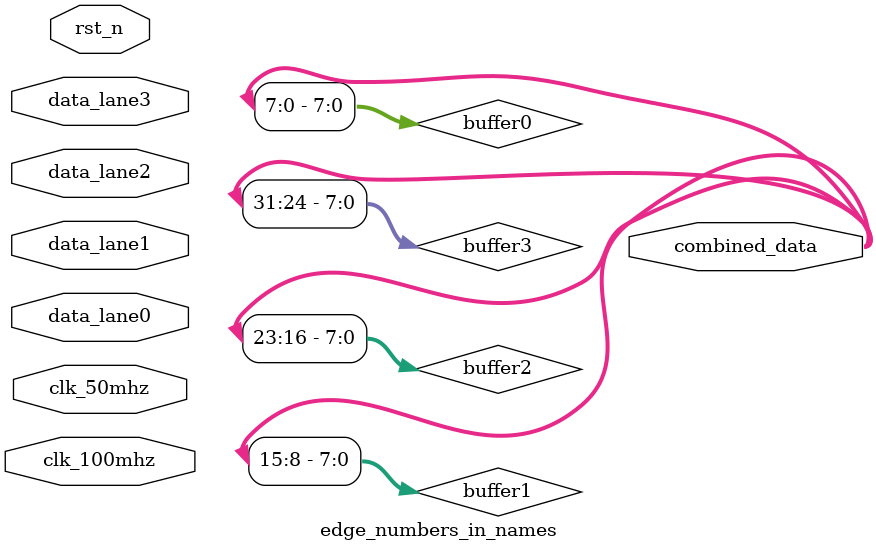
<source format=sv>

module edge_numbers_in_names (
  input wire clk_100mhz,
  input wire clk_50mhz,
  input wire rst_n,
  input wire [7:0] data_lane0,
  input wire [7:0] data_lane1,
  input wire [7:0] data_lane2,
  input wire [7:0] data_lane3,
  output logic [31:0] combined_data
);

  logic [7:0] buffer0;
  logic [7:0] buffer1;
  logic [7:0] buffer2;
  logic [7:0] buffer3;
  
  logic channel_0_valid;
  logic channel_1_valid;
  
  assign combined_data = {buffer3, buffer2, buffer1, buffer0};

endmodule


</source>
